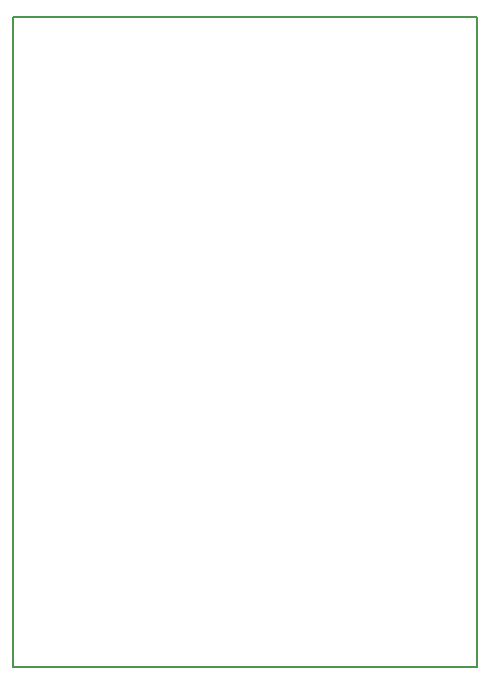
<source format=gbr>
%TF.GenerationSoftware,KiCad,Pcbnew,9.0.2*%
%TF.CreationDate,2025-06-25T22:40:44-04:00*%
%TF.ProjectId,NK_BMS,4e4b5f42-4d53-42e6-9b69-6361645f7063,rev?*%
%TF.SameCoordinates,Original*%
%TF.FileFunction,Profile,NP*%
%FSLAX46Y46*%
G04 Gerber Fmt 4.6, Leading zero omitted, Abs format (unit mm)*
G04 Created by KiCad (PCBNEW 9.0.2) date 2025-06-25 22:40:44*
%MOMM*%
%LPD*%
G01*
G04 APERTURE LIST*
%TA.AperFunction,Profile*%
%ADD10C,0.200000*%
%TD*%
G04 APERTURE END LIST*
D10*
X116200000Y-67500000D02*
X155500000Y-67500000D01*
X155500000Y-122500000D01*
X116200000Y-122500000D01*
X116200000Y-67500000D01*
M02*

</source>
